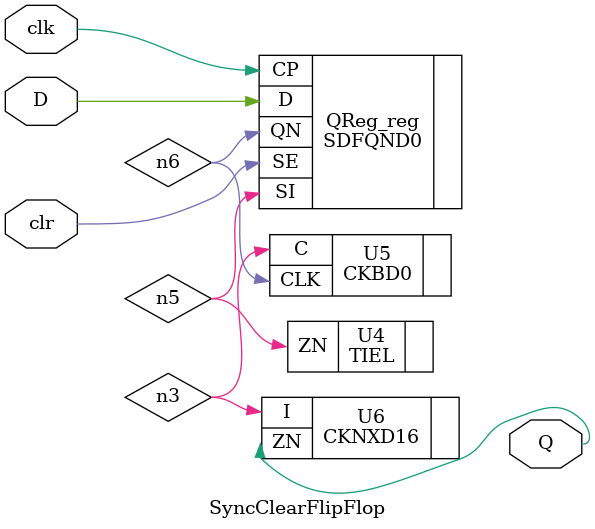
<source format=v>

module SyncClearFlipFlop ( Q, D, clk, clr );
  input D, clk, clr;
  output Q;
  wire   n3, n5, n6;

  SDFQND0 QReg_reg ( .D(D), .SI(n5), .SE(clr), .CP(clk), .QN(n6) );
  TIEL U4 ( .ZN(n5) );
  CKBD0 U5 ( .CLK(n6), .C(n3) );
  CKNXD16 U6 ( .I(n3), .ZN(Q) );
endmodule


</source>
